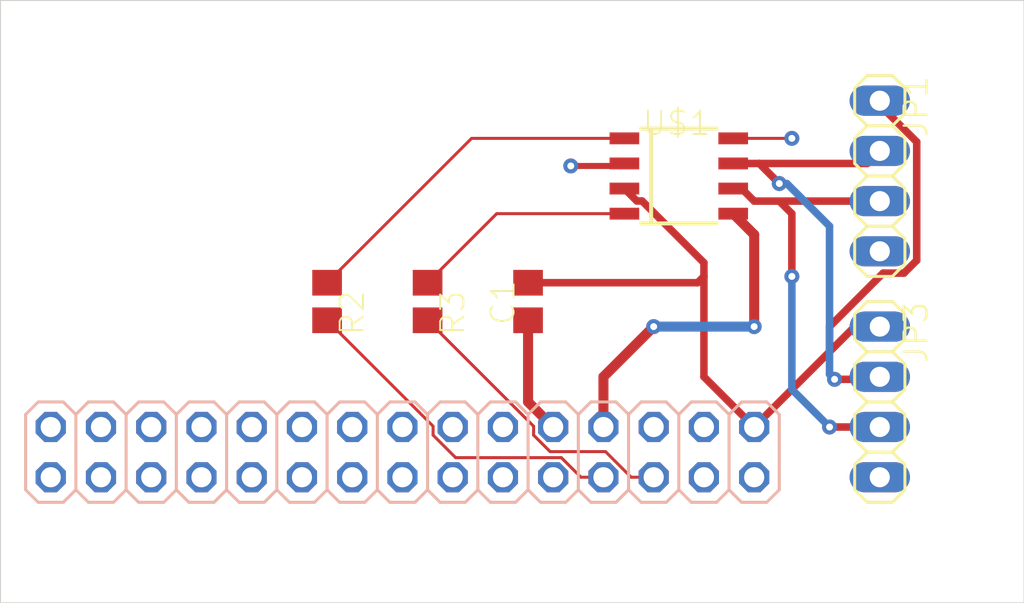
<source format=kicad_pcb>
(kicad_pcb (version 20211014) (generator pcbnew)
  (layers (0 "F.Cu" signal) (31 "B.Cu" signal) (34 "B.Paste" user) (35 "F.Paste" user) (36 "B.SilkS" user "B.Silkscreen") (37 "F.SilkS" user "F.Silkscreen") (38 "B.Mask" user) (39 "F.Mask" user) (44 "Edge.Cuts" user))
  (net 0 "")
  (net 1 "+5V")
  (net 2 "GND")
  (net 3 "CAN_H")
  (net 4 "N$3")
  (net 5 "N$4")
  (net 6 "+3V3")
  (net 7 "CAN_TXD")
  (net 8 "CAN_RXD")
  (net 9 "CAN_L")
  (footprint "communication-hub:1X04" (layer "F.Cu") (at 167.0811 110.0786 -90)
    (fp_text reference "JP3" (at -5.1562 -1.8288 90) (layer "F.SilkS") (effects (font (size 1.1557 1.1557) (thickness 0.1143)) (justify right)))
    (fp_text value "")
    (fp_line (start -2.54 0.635) (end -3.175 1.27) (layer "F.SilkS") (width 0.1524))
    (fp_line (start 5.08 -0.635) (end 5.08 0.635) (layer "F.SilkS") (width 0.1524))
    (fp_line (start 0.635 1.27) (end 0 0.635) (layer "F.SilkS") (width 0.1524))
    (fp_line (start -5.08 0.635) (end -4.445 1.27) (layer "F.SilkS") (width 0.1524))
    (fp_line (start 0 0.635) (end -0.635 1.27) (layer "F.SilkS") (width 0.1524))
    (fp_line (start -2.54 -0.635) (end -1.905 -1.27) (layer "F.SilkS") (width 0.1524))
    (fp_line (start -3.175 -1.27) (end -2.54 -0.635) (layer "F.SilkS") (width 0.1524))
    (fp_line (start -3.175 1.27) (end -4.445 1.27) (layer "F.SilkS") (width 0.1524))
    (fp_line (start -4.445 -1.27) (end -5.08 -0.635) (layer "F.SilkS") (width 0.1524))
    (fp_line (start 4.445 -1.27) (end 5.08 -0.635) (layer "F.SilkS") (width 0.1524))
    (fp_line (start 3.175 -1.27) (end 4.445 -1.27) (layer "F.SilkS") (width 0.1524))
    (fp_line (start -0.635 1.27) (end -1.905 1.27) (layer "F.SilkS") (width 0.1524))
    (fp_line (start -1.905 1.27) (end -2.54 0.635) (layer "F.SilkS") (width 0.1524))
    (fp_line (start 1.905 -1.27) (end 2.54 -0.635) (layer "F.SilkS") (width 0.1524))
    (fp_line (start 1.905 1.27) (end 0.635 1.27) (layer "F.SilkS") (width 0.1524))
    (fp_line (start 0 -0.635) (end 0.635 -1.27) (layer "F.SilkS") (width 0.1524))
    (fp_line (start 0 -0.635) (end 0 0.635) (layer "F.SilkS") (width 0.1524))
    (fp_line (start 3.175 -1.27) (end 2.54 -0.635) (layer "F.SilkS") (width 0.1524))
    (fp_line (start -1.905 -1.27) (end -0.635 -1.27) (layer "F.SilkS") (width 0.1524))
    (fp_line (start -5.08 -0.635) (end -5.08 0.635) (layer "F.SilkS") (width 0.1524))
    (fp_line (start -4.445 -1.27) (end -3.175 -1.27) (layer "F.SilkS") (width 0.1524))
    (fp_line (start 5.08 0.635) (end 4.445 1.27) (layer "F.SilkS") (width 0.1524))
    (fp_line (start -0.635 -1.27) (end 0 -0.635) (layer "F.SilkS") (width 0.1524))
    (fp_line (start -2.54 -0.635) (end -2.54 0.635) (layer "F.SilkS") (width 0.1524))
    (fp_line (start 2.54 0.635) (end 1.905 1.27) (layer "F.SilkS") (width 0.1524))
    (fp_line (start 0.635 -1.27) (end 1.905 -1.27) (layer "F.SilkS") (width 0.1524))
    (fp_line (start 2.54 -0.635) (end 2.54 0.635) (layer "F.SilkS") (width 0.1524))
    (fp_line (start 2.54 0.635) (end 3.175 1.27) (layer "F.SilkS") (width 0.1524))
    (fp_line (start 4.445 1.27) (end 3.175 1.27) (layer "F.SilkS") (width 0.1524))
    (pad "1" thru_hole oval (at -3.81 0) (size 3.048 1.524) (drill 1.016) (layers *.Cu *.Mask) (net 1 "+5V"))
    (pad "2" thru_hole oval (at -1.27 0) (size 3.048 1.524) (drill 1.016) (layers *.Cu *.Mask) (net 3 "CAN_H"))
    (pad "3" thru_hole oval (at 1.27 0) (size 3.048 1.524) (drill 1.016) (layers *.Cu *.Mask) (net 9 "CAN_L"))
    (pad "4" thru_hole oval (at 3.81 0) (size 3.048 1.524) (drill 1.016) (layers *.Cu *.Mask) (net 2 "GND"))
  )
  (footprint "communication-hub:SOIC8" (layer "F.Cu") (at 156.9211 98.6486 -90)
    (fp_text reference "U$1" (at -2.667 1.905) (layer "F.SilkS") (effects (font (size 1.176528 1.176528) (thickness 0.093472)) (justify left)))
    (fp_text value "MCP2562-E/SN")
    (fp_line (start -2.4 1.4) (end -2.4 -1.9) (layer "F.SilkS") (width 0.2032))
    (fp_line (start 2.4 -1.9) (end 2.4 1.4) (layer "F.SilkS") (width 0.2032))
    (fp_line (start -2.4 1.9) (end -2.4 1.4) (layer "F.SilkS") (width 0.2032))
    (fp_line (start 2.4 1.4) (end 2.4 1.9) (layer "F.SilkS") (width 0.2032))
    (fp_line (start 2.4 1.4) (end -2.4 1.4) (layer "F.SilkS") (width 0.2032))
    (pad "1" smd rect (at -1.905 2.75 270) (size 0.6 1.5) (layers "F.Cu" "F.Paste" "F.Mask") (net 5 "N$4"))
    (pad "2" smd rect (at -0.635 2.75 270) (size 0.6 1.5) (layers "F.Cu" "F.Paste" "F.Mask") (net 2 "GND"))
    (pad "3" smd rect (at 0.635 2.75 270) (size 0.6 1.5) (layers "F.Cu" "F.Paste" "F.Mask") (net 1 "+5V"))
    (pad "4" smd rect (at 1.905 2.75 270) (size 0.6 1.5) (layers "F.Cu" "F.Paste" "F.Mask") (net 4 "N$3"))
    (pad "5" smd rect (at 1.905 -2.75 270) (size 0.6 1.5) (layers "F.Cu" "F.Paste" "F.Mask") (net 6 "+3V3"))
    (pad "6" smd rect (at 0.635 -2.75 270) (size 0.6 1.5) (layers "F.Cu" "F.Paste" "F.Mask") (net 9 "CAN_L"))
    (pad "7" smd rect (at -0.635 -2.75 270) (size 0.6 1.5) (layers "F.Cu" "F.Paste" "F.Mask") (net 3 "CAN_H"))
    (pad "8" smd rect (at -1.905 -2.75 270) (size 0.6 1.5) (layers "F.Cu" "F.Paste" "F.Mask") (net 2 "GND"))
  )
  (footprint "communication-hub:R0805" (layer "F.Cu") (at 144.2211 104.9986 -90)
    (fp_text reference "R3" (at -0.635 -1.27 90) (layer "F.SilkS") (effects (font (size 1.176528 1.176528) (thickness 0.093472)) (justify right)))
    (fp_text value "220")
    (pad "1" smd rect (at -0.95 0 270) (size 1.3 1.5) (layers "F.Cu" "F.Paste" "F.Mask") (net 4 "N$3"))
    (pad "2" smd rect (at 0.95 0 270) (size 1.3 1.5) (layers "F.Cu" "F.Paste" "F.Mask") (net 8 "CAN_RXD"))
  )
  (footprint "communication-hub:R0805" (layer "F.Cu") (at 139.1411 104.9986 -90)
    (fp_text reference "R2" (at -0.635 -1.27 90) (layer "F.SilkS") (effects (font (size 1.176528 1.176528) (thickness 0.093472)) (justify right)))
    (fp_text value "220")
    (pad "1" smd rect (at -0.95 0 270) (size 1.3 1.5) (layers "F.Cu" "F.Paste" "F.Mask") (net 5 "N$4"))
    (pad "2" smd rect (at 0.95 0 270) (size 1.3 1.5) (layers "F.Cu" "F.Paste" "F.Mask") (net 7 "CAN_TXD"))
  )
  (footprint "communication-hub:1X04" (layer "F.Cu") (at 167.0811 98.6486 -90)
    (fp_text reference "JP1" (at -5.1562 -1.8288 90) (layer "F.SilkS") (effects (font (size 1.1557 1.1557) (thickness 0.1143)) (justify right)))
    (fp_text value "")
    (fp_line (start -3.175 1.27) (end -4.445 1.27) (layer "F.SilkS") (width 0.1524))
    (fp_line (start 2.54 -0.635) (end 2.54 0.635) (layer "F.SilkS") (width 0.1524))
    (fp_line (start 0 -0.635) (end 0 0.635) (layer "F.SilkS") (width 0.1524))
    (fp_line (start 0 0.635) (end -0.635 1.27) (layer "F.SilkS") (width 0.1524))
    (fp_line (start 4.445 -1.27) (end 5.08 -0.635) (layer "F.SilkS") (width 0.1524))
    (fp_line (start 0 -0.635) (end 0.635 -1.27) (layer "F.SilkS") (width 0.1524))
    (fp_line (start 2.54 0.635) (end 1.905 1.27) (layer "F.SilkS") (width 0.1524))
    (fp_line (start -4.445 -1.27) (end -3.175 -1.27) (layer "F.SilkS") (width 0.1524))
    (fp_line (start 1.905 1.27) (end 0.635 1.27) (layer "F.SilkS") (width 0.1524))
    (fp_line (start -3.175 -1.27) (end -2.54 -0.635) (layer "F.SilkS") (width 0.1524))
    (fp_line (start -2.54 -0.635) (end -2.54 0.635) (layer "F.SilkS") (width 0.1524))
    (fp_line (start -1.905 1.27) (end -2.54 0.635) (layer "F.SilkS") (width 0.1524))
    (fp_line (start 5.08 -0.635) (end 5.08 0.635) (layer "F.SilkS") (width 0.1524))
    (fp_line (start -4.445 -1.27) (end -5.08 -0.635) (layer "F.SilkS") (width 0.1524))
    (fp_line (start -0.635 -1.27) (end 0 -0.635) (layer "F.SilkS") (width 0.1524))
    (fp_line (start -0.635 1.27) (end -1.905 1.27) (layer "F.SilkS") (width 0.1524))
    (fp_line (start -2.54 -0.635) (end -1.905 -1.27) (layer "F.SilkS") (width 0.1524))
    (fp_line (start 3.175 -1.27) (end 4.445 -1.27) (layer "F.SilkS") (width 0.1524))
    (fp_line (start 4.445 1.27) (end 3.175 1.27) (layer "F.SilkS") (width 0.1524))
    (fp_line (start 0.635 1.27) (end 0 0.635) (layer "F.SilkS") (width 0.1524))
    (fp_line (start -2.54 0.635) (end -3.175 1.27) (layer "F.SilkS") (width 0.1524))
    (fp_line (start 5.08 0.635) (end 4.445 1.27) (layer "F.SilkS") (width 0.1524))
    (fp_line (start 0.635 -1.27) (end 1.905 -1.27) (layer "F.SilkS") (width 0.1524))
    (fp_line (start -5.08 0.635) (end -4.445 1.27) (layer "F.SilkS") (width 0.1524))
    (fp_line (start 1.905 -1.27) (end 2.54 -0.635) (layer "F.SilkS") (width 0.1524))
    (fp_line (start -1.905 -1.27) (end -0.635 -1.27) (layer "F.SilkS") (width 0.1524))
    (fp_line (start 3.175 -1.27) (end 2.54 -0.635) (layer "F.SilkS") (width 0.1524))
    (fp_line (start -5.08 -0.635) (end -5.08 0.635) (layer "F.SilkS") (width 0.1524))
    (fp_line (start 2.54 0.635) (end 3.175 1.27) (layer "F.SilkS") (width 0.1524))
    (pad "1" thru_hole oval (at -3.81 0) (size 3.048 1.524) (drill 1.016) (layers *.Cu *.Mask) (net 1 "+5V"))
    (pad "2" thru_hole oval (at -1.27 0) (size 3.048 1.524) (drill 1.016) (layers *.Cu *.Mask) (net 3 "CAN_H"))
    (pad "3" thru_hole oval (at 1.27 0) (size 3.048 1.524) (drill 1.016) (layers *.Cu *.Mask) (net 9 "CAN_L"))
    (pad "4" thru_hole oval (at 3.81 0) (size 3.048 1.524) (drill 1.016) (layers *.Cu *.Mask) (net 2 "GND"))
  )
  (footprint "communication-hub:C0805" (layer "F.Cu") (at 149.3011 104.9986 90)
    (fp_text reference "C1" (at -1.27 -1.27 90) (layer "F.SilkS") (effects (font (size 1.176528 1.176528) (thickness 0.093472)) (justify left)))
    (fp_text value "10uf")
    (pad "1" smd rect (at -0.95 0 90) (size 1.3 1.5) (layers "F.Cu" "F.Paste" "F.Mask") (net 2 "GND"))
    (pad "2" smd rect (at 0.95 0 90) (size 1.3 1.5) (layers "F.Cu" "F.Paste" "F.Mask") (net 1 "+5V"))
  )
  (footprint "communication-hub:2X15" (layer "B.Cu") (at 142.9511 112.6186 180)
    (fp_text reference "JP2" hide)
    (fp_text value "")
    (fp_line (start 1.27 -1.905) (end 0.635 -2.54) (layer "B.SilkS") (width 0.1524))
    (fp_line (start 15.875 2.54) (end 14.605 2.54) (layer "B.SilkS") (width 0.1524))
    (fp_line (start -17.145 -2.54) (end -16.51 -1.905) (layer "B.SilkS") (width 0.1524))
    (fp_line (start -11.43 -1.905) (end -10.795 -2.54) (layer "B.SilkS") (width 0.1524))
    (fp_line (start 0.635 -2.54) (end -0.635 -2.54) (layer "B.SilkS") (width 0.1524))
    (fp_line (start 11.43 1.905) (end 10.795 2.54) (layer "B.SilkS") (width 0.1524))
    (fp_line (start 17.145 -2.54) (end 16.51 -1.905) (layer "B.SilkS") (width 0.1524))
    (fp_line (start 6.35 1.905) (end 6.35 -1.905) (layer "B.SilkS") (width 0.1524))
    (fp_line (start 3.175 -2.54) (end 1.905 -2.54) (layer "B.SilkS") (width 0.1524))
    (fp_line (start 5.715 2.54) (end 6.35 1.905) (layer "B.SilkS") (width 0.1524))
    (fp_line (start 5.715 -2.54) (end 4.445 -2.54) (layer "B.SilkS") (width 0.1524))
    (fp_line (start -13.97 1.905) (end -13.335 2.54) (layer "B.SilkS") (width 0.1524))
    (fp_line (start -6.985 -2.54) (end -6.35 -1.905) (layer "B.SilkS") (width 0.1524))
    (fp_line (start -16.51 1.905) (end -16.51 -1.905) (layer "B.SilkS") (width 0.1524))
    (fp_line (start -18.415 -2.54) (end -17.145 -2.54) (layer "B.SilkS") (width 0.1524))
    (fp_line (start -1.27 1.905) (end -1.27 -1.905) (layer "B.SilkS") (width 0.1524))
    (fp_line (start -4.445 2.54) (end -3.81 1.905) (layer "B.SilkS") (width 0.1524))
    (fp_line (start 13.335 2.54) (end 13.97 1.905) (layer "B.SilkS") (width 0.1524))
    (fp_line (start -3.81 1.905) (end -3.175 2.54) (layer "B.SilkS") (width 0.1524))
    (fp_line (start -0.635 2.54) (end 0.635 2.54) (layer "B.SilkS") (width 0.1524))
    (fp_line (start -6.35 1.905) (end -6.35 -1.905) (layer "B.SilkS") (width 0.1524))
    (fp_line (start -4.445 -2.54) (end -3.81 -1.905) (layer "B.SilkS") (width 0.1524))
    (fp_line (start -10.795 2.54) (end -9.525 2.54) (layer "B.SilkS") (width 0.1524))
    (fp_line (start -3.81 -1.905) (end -3.175 -2.54) (layer "B.SilkS") (width 0.1524))
    (fp_line (start -1.27 -1.905) (end -0.635 -2.54) (layer "B.SilkS") (width 0.1524))
    (fp_line (start -16.51 1.905) (end -15.875 2.54) (layer "B.SilkS") (width 0.1524))
    (fp_line (start 8.89 1.905) (end 9.525 2.54) (layer "B.SilkS") (width 0.1524))
    (fp_line (start -6.35 -1.905) (end -5.715 -2.54) (layer "B.SilkS") (width 0.1524))
    (fp_line (start 16.51 -1.905) (end 15.875 -2.54) (layer "B.SilkS") (width 0.1524))
    (fp_line (start -9.525 -2.54) (end -8.89 -1.905) (layer "B.SilkS") (width 0.1524))
    (fp_line (start -15.875 -2.54) (end -14.605 -2.54) (layer "B.SilkS") (width 0.1524))
    (fp_line (start -13.335 -2.54) (end -12.065 -2.54) (layer "B.SilkS") (width 0.1524))
    (fp_line (start -6.985 2.54) (end -6.35 1.905) (layer "B.SilkS") (width 0.1524))
    (fp_line (start -11.43 1.905) (end -10.795 2.54) (layer "B.SilkS") (width 0.1524))
    (fp_line (start 4.445 2.54) (end 5.715 2.54) (layer "B.SilkS") (width 0.1524))
    (fp_line (start 1.27 -1.905) (end 1.905 -2.54) (layer "B.SilkS") (width 0.1524))
    (fp_line (start -14.605 2.54) (end -13.97 1.905) (layer "B.SilkS") (width 0.1524))
    (fp_line (start 1.27 1.905) (end 1.27 -1.905) (layer "B.SilkS") (width 0.1524))
    (fp_line (start -19.05 -1.905) (end -19.05 1.905) (layer "B.SilkS") (width 0.1524))
    (fp_line (start -1.27 -1.905) (end -1.905 -2.54) (layer "B.SilkS") (width 0.1524))
    (fp_line (start 8.89 1.905) (end 8.89 -1.905) (layer "B.SilkS") (width 0.1524))
    (fp_line (start -5.715 -2.54) (end -4.445 -2.54) (layer "B.SilkS") (width 0.1524))
    (fp_line (start 3.81 -1.905) (end 4.445 -2.54) (layer "B.SilkS") (width 0.1524))
    (fp_line (start 17.145 -2.54) (end 18.415 -2.54) (layer "B.SilkS") (width 0.1524))
    (fp_line (start 6.35 -1.905) (end 5.715 -2.54) (layer "B.SilkS") (width 0.1524))
    (fp_line (start -14.605 -2.54) (end -13.97 -1.905) (layer "B.SilkS") (width 0.1524))
    (fp_line (start 13.335 -2.54) (end 12.065 -2.54) (layer "B.SilkS") (width 0.1524))
    (fp_line (start -18.415 2.54) (end -17.145 2.54) (layer "B.SilkS") (width 0.1524))
    (fp_line (start 0.635 2.54) (end 1.27 1.905) (layer "B.SilkS") (width 0.1524))
    (fp_line (start 18.415 2.54) (end 19.05 1.905) (layer "B.SilkS") (width 0.1524))
    (fp_line (start 11.43 -1.905) (end 12.065 -2.54) (layer "B.SilkS") (width 0.1524))
    (fp_line (start -1.27 1.905) (end -0.635 2.54) (layer "B.SilkS") (width 0.1524))
    (fp_line (start 1.27 1.905) (end 1.905 2.54) (layer "B.SilkS") (width 0.1524))
    (fp_line (start -1.905 -2.54) (end -3.175 -2.54) (layer "B.SilkS") (width 0.1524))
    (fp_line (start -11.43 1.905) (end -11.43 -1.905) (layer "B.SilkS") (width 0.1524))
    (fp_line (start -8.89 1.905) (end -8.89 -1.905) (layer "B.SilkS") (width 0.1524))
    (fp_line (start -12.065 2.54) (end -11.43 1.905) (layer "B.SilkS") (width 0.1524))
    (fp_line (start 15.875 -2.54) (end 14.605 -2.54) (layer "B.SilkS") (width 0.1524))
    (fp_line (start -17.145 2.54) (end -16.51 1.905) (layer "B.SilkS") (width 0.1524))
    (fp_line (start 6.35 1.905) (end 6.985 2.54) (layer "B.SilkS") (width 0.1524))
    (fp_line (start 3.81 1.905) (end 3.81 -1.905) (layer "B.SilkS") (width 0.1524))
    (fp_line (start 3.81 1.905) (end 4.445 2.54) (layer "B.SilkS") (width 0.1524))
    (fp_line (start 13.97 1.905) (end 13.97 -1.905) (layer "B.SilkS") (width 0.1524))
    (fp_line (start 15.875 2.54) (end 16.51 1.905) (layer "B.SilkS") (width 0.1524))
    (fp_line (start 3.175 2.54) (end 3.81 1.905) (layer "B.SilkS") (width 0.1524))
    (fp_line (start 16.51 1.905) (end 16.51 -1.905) (layer "B.SilkS") (width 0.1524))
    (fp_line (start 19.05 1.905) (end 19.05 -1.905) (layer "B.SilkS") (width 0.1524))
    (fp_line (start 13.97 -1.905) (end 13.335 -2.54) (layer "B.SilkS") (width 0.1524))
    (fp_line (start -9.525 2.54) (end -8.89 1.905) (layer "B.SilkS") (width 0.1524))
    (fp_line (start -8.255 -2.54) (end -6.985 -2.54) (layer "B.SilkS") (width 0.1524))
    (fp_line (start -13.97 1.905) (end -13.97 -1.905) (layer "B.SilkS") (width 0.1524))
    (fp_line (start 1.905 2.54) (end 3.175 2.54) (layer "B.SilkS") (width 0.1524))
    (fp_line (start 3.81 -1.905) (end 3.175 -2.54) (layer "B.SilkS") (width 0.1524))
    (fp_line (start 8.89 -1.905) (end 9.525 -2.54) (layer "B.SilkS") (width 0.1524))
    (fp_line (start -13.97 -1.905) (end -13.335 -2.54) (layer "B.SilkS") (width 0.1524))
    (fp_line (start 13.97 -1.905) (end 14.605 -2.54) (layer "B.SilkS") (width 0.1524))
    (fp_line (start 16.51 1.905) (end 17.145 2.54) (layer "B.SilkS") (width 0.1524))
    (fp_line (start 11.43 -1.905) (end 10.795 -2.54) (layer "B.SilkS") (width 0.1524))
    (fp_line (start 8.89 -1.905) (end 8.255 -2.54) (layer "B.SilkS") (width 0.1524))
    (fp_line (start 13.335 2.54) (end 12.065 2.54) (layer "B.SilkS") (width 0.1524))
    (fp_line (start 11.43 1.905) (end 12.065 2.54) (layer "B.SilkS") (width 0.1524))
    (fp_line (start 9.525 2.54) (end 10.795 2.54) (layer "B.SilkS") (width 0.1524))
    (fp_line (start 11.43 1.905) (end 11.43 -1.905) (layer "B.SilkS") (width 0.1524))
    (fp_line (start -15.875 2.54) (end -14.605 2.54) (layer "B.SilkS") (width 0.1524))
    (fp_line (start 18.415 2.54) (end 17.145 2.54) (layer "B.SilkS") (width 0.1524))
    (fp_line (start -1.905 2.54) (end -1.27 1.905) (layer "B.SilkS") (width 0.1524))
    (fp_line (start -13.335 2.54) (end -12.065 2.54) (layer "B.SilkS") (width 0.1524))
    (fp_line (start 6.35 -1.905) (end 6.985 -2.54) (layer "B.SilkS") (width 0.1524))
    (fp_line (start -8.255 2.54) (end -6.985 2.54) (layer "B.SilkS") (width 0.1524))
    (fp_line (start -10.795 -2.54) (end -9.525 -2.54) (layer "B.SilkS") (width 0.1524))
    (fp_line (start 10.795 -2.54) (end 9.525 -2.54) (layer "B.SilkS") (width 0.1524))
    (fp_line (start -16.51 -1.905) (end -15.875 -2.54) (layer "B.SilkS") (width 0.1524))
    (fp_line (start -19.05 -1.905) (end -18.415 -2.54) (layer "B.SilkS") (width 0.1524))
    (fp_line (start 13.97 1.905) (end 14.605 2.54) (layer "B.SilkS") (width 0.1524))
    (fp_line (start -19.05 1.905) (end -18.415 2.54) (layer "B.SilkS") (width 0.1524))
    (fp_line (start -12.065 -2.54) (end -11.43 -1.905) (layer "B.SilkS") (width 0.1524))
    (fp_line (start -6.35 1.905) (end -5.715 2.54) (layer "B.SilkS") (width 0.1524))
    (fp_line (start 8.255 -2.54) (end 6.985 -2.54) (layer "B.SilkS") (width 0.1524))
    (fp_line (start -8.89 1.905) (end -8.255 2.54) (layer "B.SilkS") (width 0.1524))
    (fp_line (start -3.175 2.54) (end -1.905 2.54) (layer "B.SilkS") (width 0.1524))
    (fp_line (start -3.81 1.905) (end -3.81 -1.905) (layer "B.SilkS") (width 0.1524))
    (fp_line (start 19.05 -1.905) (end 18.415 -2.54) (layer "B.SilkS") (width 0.1524))
    (fp_line (start 8.255 2.54) (end 8.89 1.905) (layer "B.SilkS") (width 0.1524))
    (fp_line (start -8.89 -1.905) (end -8.255 -2.54) (layer "B.SilkS") (width 0.1524))
    (fp_line (start 6.985 2.54) (end 8.255 2.54) (layer "B.SilkS") (width 0.1524))
    (fp_line (start -5.715 2.54) (end -4.445 2.54) (layer "B.SilkS") (width 0.1524))
    (pad "1" thru_hole roundrect (at -17.78 -1.27 180) (size 1.524 1.524) (drill 1.016) (layers *.Cu *.Mask) (chamfer_ratio 0.2928932188) (chamfer top_left top_right bottom_left bottom_right))
    (pad "2" thru_hole roundrect (at -17.78 1.27 180) (size 1.524 1.524) (drill 1.016) (layers *.Cu *.Mask) (chamfer_ratio 0.2928932188) (chamfer top_left top_right bottom_left bottom_right) (net 1 "+5V"))
    (pad "3" thru_hole roundrect (at -15.24 -1.27 180) (size 1.524 1.524) (drill 1.016) (layers *.Cu *.Mask) (chamfer_ratio 0.2928932188) (chamfer top_left top_right bottom_left bottom_right))
    (pad "4" thru_hole roundrect (at -15.24 1.27 180) (size 1.524 1.524) (drill 1.016) (layers *.Cu *.Mask) (chamfer_ratio 0.2928932188) (chamfer top_left top_right bottom_left bottom_right))
    (pad "5" thru_hole roundrect (at -12.7 -1.27 180) (size 1.524 1.524) (drill 1.016) (layers *.Cu *.Mask) (chamfer_ratio 0.2928932188) (chamfer top_left top_right bottom_left bottom_right) (net 8 "CAN_RXD"))
    (pad "6" thru_hole roundrect (at -12.7 1.27 180) (size 1.524 1.524) (drill 1.016) (layers *.Cu *.Mask) (chamfer_ratio 0.2928932188) (chamfer top_left top_right bottom_left bottom_right))
    (pad "7" thru_hole roundrect (at -10.16 -1.27 180) (size 1.524 1.524) (drill 1.016) (layers *.Cu *.Mask) (chamfer_ratio 0.2928932188) (chamfer top_left top_right bottom_left bottom_right) (net 7 "CAN_TXD"))
    (pad "8" thru_hole roundrect (at -10.16 1.27 180) (size 1.524 1.524) (drill 1.016) (layers *.Cu *.Mask) (chamfer_ratio 0.2928932188) (chamfer top_left top_right bottom_left bottom_right) (net 6 "+3V3"))
    (pad "9" thru_hole roundrect (at -7.62 -1.27 180) (size 1.524 1.524) (drill 1.016) (layers *.Cu *.Mask) (chamfer_ratio 0.2928932188) (chamfer top_left top_right bottom_left bottom_right))
    (pad "10" thru_hole roundrect (at -7.62 1.27 180) (size 1.524 1.524) (drill 1.016) (layers *.Cu *.Mask) (chamfer_ratio 0.2928932188) (chamfer top_left top_right bottom_left bottom_right) (net 2 "GND"))
    (pad "11" thru_hole roundrect (at -5.08 -1.27 180) (size 1.524 1.524) (drill 1.016) (layers *.Cu *.Mask) (chamfer_ratio 0.2928932188) (chamfer top_left top_right bottom_left bottom_right) (net 2 "GND"))
    (pad "12" thru_hole roundrect (at -5.08 1.27 180) (size 1.524 1.524) (drill 1.016) (layers *.Cu *.Mask) (chamfer_ratio 0.2928932188) (chamfer top_left top_right bottom_left bottom_right))
    (pad "13" thru_hole roundrect (at -2.54 -1.27 180) (size 1.524 1.524) (drill 1.016) (layers *.Cu *.Mask) (chamfer_ratio 0.2928932188) (chamfer top_left top_right bottom_left bottom_right))
    (pad "14" thru_hole roundrect (at -2.54 1.27 180) (size 1.524 1.524) (drill 1.016) (layers *.Cu *.Mask) (chamfer_ratio 0.2928932188) (chamfer top_left top_right bottom_left bottom_right))
    (pad "15" thru_hole roundrect (at 0 -1.27 180) (size 1.524 1.524) (drill 1.016) (layers *.Cu *.Mask) (chamfer_ratio 0.2928932188) (chamfer top_left top_right bottom_left bottom_right))
    (pad "16" thru_hole roundrect (at 0 1.27 180) (size 1.524 1.524) (drill 1.016) (layers *.Cu *.Mask) (chamfer_ratio 0.2928932188) (chamfer top_left top_right bottom_left bottom_right))
    (pad "17" thru_hole roundrect (at 2.54 -1.27 180) (size 1.524 1.524) (drill 1.016) (layers *.Cu *.Mask) (chamfer_ratio 0.2928932188) (chamfer top_left top_right bottom_left bottom_right))
    (pad "18" thru_hole roundrect (at 2.54 1.27 180) (size 1.524 1.524) (drill 1.016) (layers *.Cu *.Mask) (chamfer_ratio 0.2928932188) (chamfer top_left top_right bottom_left bottom_right))
    (pad "19" thru_hole roundrect (at 5.08 -1.27 180) (size 1.524 1.524) (drill 1.016) (layers *.Cu *.Mask) (chamfer_ratio 0.2928932188) (chamfer top_left top_right bottom_left bottom_right))
    (pad "20" thru_hole roundrect (at 5.08 1.27 180) (size 1.524 1.524) (drill 1.016) (layers *.Cu *.Mask) (chamfer_ratio 0.2928932188) (chamfer top_left top_right bottom_left bottom_right))
    (pad "21" thru_hole roundrect (at 7.62 -1.27 180) (size 1.524 1.524) (drill 1.016) (layers *.Cu *.Mask) (chamfer_ratio 0.2928932188) (chamfer top_left top_right bottom_left bottom_right) (net 2 "GND"))
    (pad "22" thru_hole roundrect (at 7.62 1.27 180) (size 1.524 1.524) (drill 1.016) (layers *.Cu *.Mask) (chamfer_ratio 0.2928932188) (chamfer top_left top_right bottom_left bottom_right))
    (pad "23" thru_hole roundrect (at 10.16 -1.27 180) (size 1.524 1.524) (drill 1.016) (layers *.Cu *.Mask) (chamfer_ratio 0.2928932188) (chamfer top_left top_right bottom_left bottom_right))
    (pad "24" thru_hole roundrect (at 10.16 1.27 180) (size 1.524 1.524) (drill 1.016) (layers *.Cu *.Mask) (chamfer_ratio 0.2928932188) (chamfer top_left top_right bottom_left bottom_right))
    (pad "25" thru_hole roundrect (at 12.7 -1.27 180) (size 1.524 1.524) (drill 1.016) (layers *.Cu *.Mask) (chamfer_ratio 0.2928932188) (chamfer top_left top_right bottom_left bottom_right))
    (pad "26" thru_hole roundrect (at 12.7 1.27 180) (size 1.524 1.524) (drill 1.016) (layers *.Cu *.Mask) (chamfer_ratio 0.2928932188) (chamfer top_left top_right bottom_left bottom_right))
    (pad "27" thru_hole roundrect (at 15.24 -1.27 180) (size 1.524 1.524) (drill 1.016) (layers *.Cu *.Mask) (chamfer_ratio 0.2928932188) (chamfer top_left top_right bottom_left bottom_right))
    (pad "28" thru_hole roundrect (at 15.24 1.27 180) (size 1.524 1.524) (drill 1.016) (layers *.Cu *.Mask) (chamfer_ratio 0.2928932188) (chamfer top_left top_right bottom_left bottom_right))
    (pad "29" thru_hole roundrect (at 17.78 -1.27 180) (size 1.524 1.524) (drill 1.016) (layers *.Cu *.Mask) (chamfer_ratio 0.2928932188) (chamfer top_left top_right bottom_left bottom_right))
    (pad "30" thru_hole roundrect (at 17.78 1.27 180) (size 1.524 1.524) (drill 1.016) (layers *.Cu *.Mask) (chamfer_ratio 0.2928932188) (chamfer top_left top_right bottom_left bottom_right))
  )
  (gr_line (start 122.6311 89.7686) (end 122.6311 120.2386) (layer "Edge.Cuts") (width 0.05))
  (gr_line (start 174.3711 89.7686) (end 122.6311 89.7686) (layer "Edge.Cuts") (width 0.05))
  (gr_line (start 122.6311 120.2386) (end 174.3711 120.2386) (layer "Edge.Cuts") (width 0.05))
  (gr_line (start 174.3711 120.2386) (end 174.3711 89.7686) (layer "Edge.Cuts") (width 0.05))
  (segment (start 154.7982 99.9107) (end 154.1711 99.2836) (width 0.381) (layer "F.Cu") (net 1))
  (segment (start 160.7311 111.3486) (end 164.5411 107.5386) (width 0.381) (layer "F.Cu") (net 1))
  (segment (start 168.948 102.916269) (end 168.300768 103.5635) (width 0.381) (layer "F.Cu") (net 1))
  (segment (start 164.5411 107.5386) (end 165.8111 106.2686) (width 0.381) (layer "F.Cu") (net 1))
  (segment (start 167.2462 103.5635) (end 164.5411 106.2686) (width 0.381) (layer "F.Cu") (net 1))
  (segment (start 158.1911 103.7286) (end 157.8711 104.0486) (width 0.381) (layer "F.Cu") (net 1))
  (segment (start 157.8711 104.0486) (end 149.3011 104.0486) (width 0.381) (layer "F.Cu") (net 1))
  (segment (start 165.8111 106.2686) (end 167.0811 106.2686) (width 0.381) (layer "F.Cu") (net 1))
  (segment (start 167.0811 94.8386) (end 167.0811 95.054032) (width 0.381) (layer "F.Cu") (net 1))
  (segment (start 155.063131 99.9107) (end 154.7982 99.9107) (width 0.381) (layer "F.Cu") (net 1))
  (segment (start 164.5411 106.2686) (end 164.5411 107.5386) (width 0.381) (layer "F.Cu") (net 1))
  (segment (start 158.1911 103.038669) (end 155.063131 99.9107) (width 0.381) (layer "F.Cu") (net 1))
  (segment (start 160.7311 111.3486) (end 158.1911 108.8086) (width 0.381) (layer "F.Cu") (net 1))
  (segment (start 167.0811 95.054032) (end 168.948 96.920932) (width 0.381) (layer "F.Cu") (net 1))
  (segment (start 158.1911 108.8086) (end 158.1911 103.7286) (width 0.381) (layer "F.Cu") (net 1))
  (segment (start 168.300768 103.5635) (end 167.2462 103.5635) (width 0.381) (layer "F.Cu") (net 1))
  (segment (start 158.1911 103.7286) (end 158.1911 103.038669) (width 0.381) (layer "F.Cu") (net 1))
  (segment (start 168.948 96.920932) (end 168.948 102.916269) (width 0.381) (layer "F.Cu") (net 1))
  (segment (start 159.6711 96.7436) (end 162.6361 96.7436) (width 0.1524) (layer "F.Cu") (net 2))
  (segment (start 154.1711 98.0136) (end 154.0441 98.1406) (width 0.1524) (layer "F.Cu") (net 2))
  (segment (start 154.0441 98.1406) (end 151.4601 98.1406) (width 0.3048) (layer "F.Cu") (net 2))
  (segment (start 149.3011 110.0786) (end 149.3011 105.9486) (width 0.508) (layer "F.Cu") (net 2))
  (segment (start 150.5711 111.3486) (end 149.3011 110.0786) (width 0.508) (layer "F.Cu") (net 2))
  (via (at 151.4601 98.1406) (size 0.7564) (drill 0.35) (layers "F.Cu" "B.Cu") (net 2))
  (via (at 162.6361 96.7436) (size 0.7564) (drill 0.35) (layers "F.Cu" "B.Cu") (net 2))
  (segment (start 166.9541 108.9356) (end 164.7951 108.9356) (width 0.381) (layer "F.Cu") (net 3))
  (segment (start 166.4461 98.0136) (end 160.9851 98.0136) (width 0.381) (layer "F.Cu") (net 3))
  (segment (start 162.0011 99.0296) (end 160.9851 98.0136) (width 0.381) (layer "F.Cu") (net 3))
  (segment (start 160.9851 98.0136) (end 159.6711 98.0136) (width 0.381) (layer "F.Cu") (net 3))
  (segment (start 167.0811 97.3786) (end 166.4461 98.0136) (width 0.381) (layer "F.Cu") (net 3))
  (segment (start 167.0811 108.8086) (end 166.9541 108.9356) (width 0.1524) (layer "F.Cu") (net 3))
  (via (at 162.0011 99.0296) (size 0.7564) (drill 0.35) (layers "F.Cu" "B.Cu") (net 3))
  (via (at 164.7951 108.9356) (size 0.7564) (drill 0.35) (layers "F.Cu" "B.Cu") (net 3))
  (segment (start 164.5411 108.6816) (end 164.5411 101.1886) (width 0.381) (layer "B.Cu") (net 3))
  (segment (start 164.7951 108.9356) (end 164.5411 108.6816) (width 0.381) (layer "B.Cu") (net 3))
  (segment (start 162.3821 99.0296) (end 162.0011 99.0296) (width 0.381) (layer "B.Cu") (net 3))
  (segment (start 164.5411 101.1886) (end 162.3821 99.0296) (width 0.381) (layer "B.Cu") (net 3))
  (segment (start 144.2211 104.0486) (end 147.7161 100.5536) (width 0.1524) (layer "F.Cu") (net 4))
  (segment (start 147.7161 100.5536) (end 154.1711 100.5536) (width 0.1524) (layer "F.Cu") (net 4))
  (segment (start 146.4461 96.7436) (end 154.1711 96.7436) (width 0.1524) (layer "F.Cu") (net 5))
  (segment (start 139.1411 104.0486) (end 146.4461 96.7436) (width 0.1524) (layer "F.Cu") (net 5))
  (segment (start 153.1111 111.3486) (end 153.1111 108.8086) (width 0.508) (layer "F.Cu") (net 6))
  (segment (start 160.7311 106.2686) (end 160.7311 101.6136) (width 0.508) (layer "F.Cu") (net 6))
  (segment (start 160.7311 101.6136) (end 159.6711 100.5536) (width 0.508) (layer "F.Cu") (net 6))
  (segment (start 153.1111 108.8086) (end 155.6511 106.2686) (width 0.508) (layer "F.Cu") (net 6))
  (via (at 160.7311 106.2686) (size 0.7564) (drill 0.35) (layers "F.Cu" "B.Cu") (net 6))
  (via (at 155.6511 106.2686) (size 0.7564) (drill 0.35) (layers "F.Cu" "B.Cu") (net 6))
  (segment (start 155.6511 106.2686) (end 160.7311 106.2686) (width 0.508) (layer "B.Cu") (net 6))
  (segment (start 150.981425 112.898) (end 151.972025 113.8886) (width 0.1524) (layer "F.Cu") (net 7))
  (segment (start 139.1411 105.9486) (end 144.5005 111.308) (width 0.1524) (layer "F.Cu") (net 7))
  (segment (start 145.639575 112.898) (end 150.981425 112.898) (width 0.1524) (layer "F.Cu") (net 7))
  (segment (start 151.972025 113.8886) (end 153.1111 113.8886) (width 0.1524) (layer "F.Cu") (net 7))
  (segment (start 144.5005 111.758925) (end 145.639575 112.898) (width 0.1524) (layer "F.Cu") (net 7))
  (segment (start 144.5005 111.308) (end 144.5005 111.758925) (width 0.1524) (layer "F.Cu") (net 7))
  (segment (start 150.414775 112.5932) (end 153.216625 112.5932) (width 0.1524) (layer "F.Cu") (net 8))
  (segment (start 149.5805 111.308) (end 149.5805 111.758925) (width 0.1524) (layer "F.Cu") (net 8))
  (segment (start 154.512025 113.8886) (end 155.6511 113.8886) (width 0.1524) (layer "F.Cu") (net 8))
  (segment (start 149.5805 111.758925) (end 150.414775 112.5932) (width 0.1524) (layer "F.Cu") (net 8))
  (segment (start 153.216625 112.5932) (end 154.512025 113.8886) (width 0.1524) (layer "F.Cu") (net 8))
  (segment (start 144.2211 105.9486) (end 149.5805 111.308) (width 0.1524) (layer "F.Cu") (net 8))
  (segment (start 160.7311 99.9186) (end 162.0011 99.9186) (width 0.381) (layer "F.Cu") (net 9))
  (segment (start 159.6711 99.2836) (end 160.0961 99.2836) (width 0.381) (layer "F.Cu") (net 9))
  (segment (start 162.6361 103.7286) (end 162.6361 100.5536) (width 0.381) (layer "F.Cu") (net 9))
  (segment (start 167.0811 99.9186) (end 162.0011 99.9186) (width 0.381) (layer "F.Cu") (net 9))
  (segment (start 164.5411 111.3486) (end 167.0811 111.3486) (width 0.381) (layer "F.Cu") (net 9))
  (segment (start 160.0961 99.2836) (end 160.7311 99.9186) (width 0.381) (layer "F.Cu") (net 9))
  (segment (start 162.6361 100.5536) (end 162.0011 99.9186) (width 0.381) (layer "F.Cu") (net 9))
  (via (at 162.6361 103.7286) (size 0.7564) (drill 0.35) (layers "F.Cu" "B.Cu") (net 9))
  (via (at 164.5411 111.3486) (size 0.7564) (drill 0.35) (layers "F.Cu" "B.Cu") (net 9))
  (segment (start 164.5411 111.3486) (end 162.6361 109.4436) (width 0.381) (layer "B.Cu") (net 9))
  (segment (start 162.6361 109.4436) (end 162.6361 103.7286) (width 0.381) (layer "B.Cu") (net 9))
)
</source>
